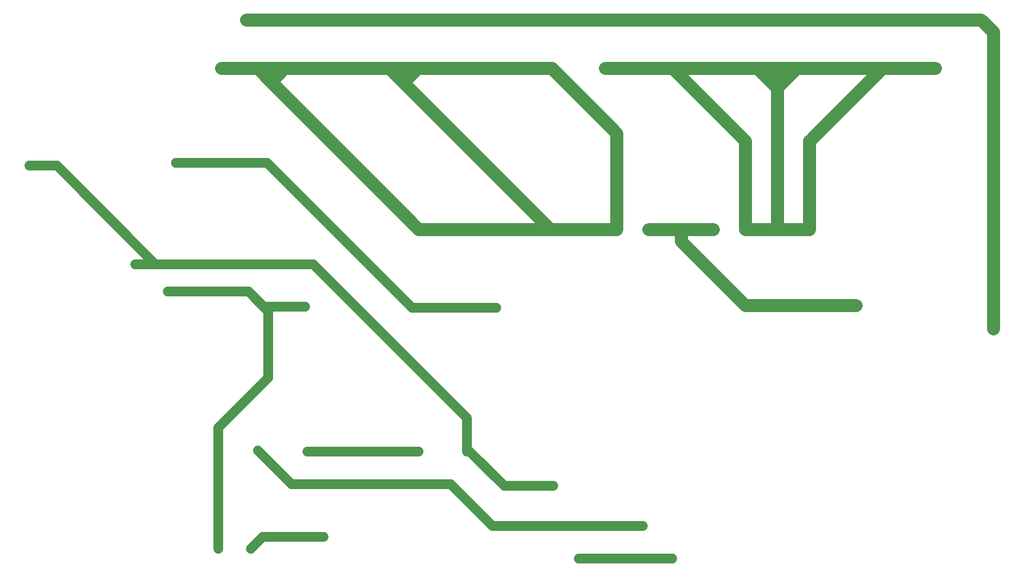
<source format=gbp>
%FSTAX24Y24*%
%MOIN*%
G70*
G01*
G75*
G04 Layer_Color=128*
%ADD10C,0.0787*%
%ADD11C,0.1575*%
%ADD12C,0.1181*%
%ADD13C,0.0591*%
%ADD14C,0.0000*%
%ADD15C,0.1000*%
%ADD16C,0.0591*%
%ADD17R,0.0630X0.0630*%
%ADD18C,0.0630*%
%ADD19C,0.0787*%
%ADD20C,0.2362*%
G04:AMPARAMS|DCode=21|XSize=70mil|YSize=90mil|CornerRadius=0mil|HoleSize=0mil|Usage=FLASHONLY|Rotation=90.000|XOffset=0mil|YOffset=0mil|HoleType=Round|Shape=Octagon|*
%AMOCTAGOND21*
4,1,8,-0.0450,-0.0175,-0.0450,0.0175,-0.0275,0.0350,0.0275,0.0350,0.0450,0.0175,0.0450,-0.0175,0.0275,-0.0350,-0.0275,-0.0350,-0.0450,-0.0175,0.0*
%
%ADD21OCTAGOND21*%

%ADD22C,0.0984*%
%ADD23O,0.0591X0.0512*%
%ADD24R,0.0591X0.0512*%
%ADD25R,0.0800X0.0800*%
%ADD26C,0.0800*%
%ADD27R,0.1000X0.0650*%
%ADD28O,0.1000X0.0650*%
%ADD29R,0.0630X0.0630*%
%ADD30O,0.0787X0.0591*%
%ADD31O,0.0787X0.0630*%
%ADD32O,0.0900X0.0600*%
%ADD33R,0.0900X0.0600*%
%ADD34C,0.0709*%
%ADD35C,0.1181*%
%ADD36R,0.1181X0.1181*%
%ADD37O,0.0650X0.1000*%
%ADD38R,0.0650X0.1000*%
%ADD39O,0.0709X0.0866*%
%ADD40R,0.0709X0.0866*%
%ADD41O,0.0800X0.1000*%
%ADD42R,0.0800X0.1000*%
%ADD43O,0.0630X0.0787*%
%ADD44R,0.0800X0.0800*%
%ADD45C,0.1200*%
%ADD46C,0.0079*%
%ADD47C,0.0100*%
%ADD48C,0.0120*%
%ADD49C,0.0070*%
%ADD50C,0.0150*%
%ADD51C,0.0250*%
%ADD52C,0.0039*%
%ADD53C,0.0080*%
%ADD54R,0.1260X0.0200*%
%ADD55R,0.0550X0.0150*%
%ADD56R,0.0150X0.0550*%
%ADD57R,0.3990X0.0360*%
%ADD58R,0.0200X0.1260*%
%ADD59C,0.1080*%
%ADD60C,0.0671*%
%ADD61R,0.0710X0.0710*%
%ADD62C,0.0710*%
%ADD63C,0.0867*%
%ADD64C,0.2442*%
G04:AMPARAMS|DCode=65|XSize=78mil|YSize=98mil|CornerRadius=0mil|HoleSize=0mil|Usage=FLASHONLY|Rotation=90.000|XOffset=0mil|YOffset=0mil|HoleType=Round|Shape=Octagon|*
%AMOCTAGOND65*
4,1,8,-0.0490,-0.0195,-0.0490,0.0195,-0.0295,0.0390,0.0295,0.0390,0.0490,0.0195,0.0490,-0.0195,0.0295,-0.0390,-0.0295,-0.0390,-0.0490,-0.0195,0.0*
%
%ADD65OCTAGOND65*%

%ADD66C,0.1064*%
%ADD67O,0.0671X0.0592*%
%ADD68R,0.0671X0.0592*%
%ADD69R,0.0880X0.0880*%
%ADD70C,0.0880*%
%ADD71R,0.1080X0.0730*%
%ADD72O,0.1080X0.0730*%
%ADD73R,0.0710X0.0710*%
%ADD74O,0.0867X0.0671*%
%ADD75O,0.0867X0.0710*%
%ADD76O,0.0980X0.0680*%
%ADD77R,0.0980X0.0680*%
%ADD78C,0.0789*%
%ADD79C,0.1261*%
%ADD80R,0.1261X0.1261*%
%ADD81O,0.0730X0.1080*%
%ADD82R,0.0730X0.1080*%
%ADD83O,0.0789X0.0946*%
%ADD84R,0.0789X0.0946*%
%ADD85O,0.0880X0.1080*%
%ADD86R,0.0880X0.1080*%
%ADD87O,0.0710X0.0867*%
%ADD88R,0.0880X0.0880*%
%ADD89C,0.1280*%
D10*
X151717Y045567D02*
X196528D01*
X196827D01*
X197575Y044819D01*
Y026591D02*
Y044819D01*
X173756Y042575D02*
X194032D01*
X184307Y032693D02*
Y042575D01*
Y041433D02*
X184346D01*
X18537Y042457D01*
X183165Y042535D02*
X184307Y041394D01*
X150173Y042575D02*
X170055D01*
X17037Y032693D02*
X170528D01*
X160685Y042378D02*
X17037Y032693D01*
X162299D02*
X17037D01*
X152614Y042378D02*
X162299Y032693D01*
X16974Y042575D02*
X170488D01*
X161353Y04171D02*
X161395D01*
X16226Y042575D01*
X169425D02*
X169543D01*
X153382Y04161D02*
Y041886D01*
X153835Y042339D01*
X170528Y032693D02*
X174465D01*
X182339D02*
Y038126D01*
X186276Y032693D02*
Y038126D01*
X17789Y042575D02*
X182339Y038126D01*
X186276Y038126D02*
X186315D01*
X190764Y042575D01*
X182339Y032693D02*
X186276D01*
X176433D02*
X18037D01*
X174465D02*
Y038598D01*
X170488Y042575D02*
X174465Y038598D01*
X178402Y031945D02*
Y032693D01*
Y031945D02*
X182339Y028008D01*
X18915D01*
X151717Y045567D02*
X196528D01*
D13*
X147394Y036787D02*
X152984D01*
X161882Y02789D01*
X144882Y030567D02*
X155819D01*
X165268Y021118D01*
Y019071D02*
Y021118D01*
X140071Y03663D02*
X146134Y030567D01*
X138378Y03663D02*
X140071D01*
X167551Y016945D02*
X170543D01*
X165425Y019071D02*
X167551Y016945D01*
X155465Y019071D02*
X162276D01*
X152748Y027968D02*
X155307D01*
X151843Y028874D02*
X153063Y027654D01*
X146882Y028874D02*
X151843D01*
X153063Y023598D02*
Y027654D01*
X15Y020535D02*
X153063Y023598D01*
X15Y013087D02*
Y020535D01*
X152433Y01911D02*
X15448Y017063D01*
X164244D01*
X166803Y014504D01*
X176055D01*
X172118Y012496D02*
X177866D01*
X152717Y013835D02*
X156449D01*
X151969Y013087D02*
X152717Y013835D01*
X161929Y02789D02*
X167039D01*
M02*

</source>
